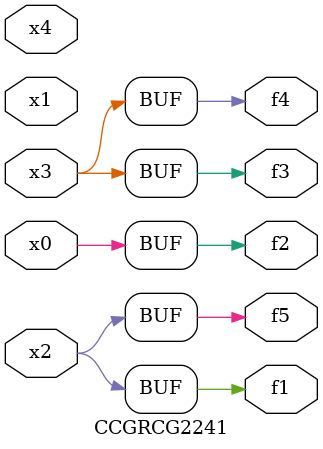
<source format=v>
module CCGRCG2241(
	input x0, x1, x2, x3, x4,
	output f1, f2, f3, f4, f5
);
	assign f1 = x2;
	assign f2 = x0;
	assign f3 = x3;
	assign f4 = x3;
	assign f5 = x2;
endmodule

</source>
